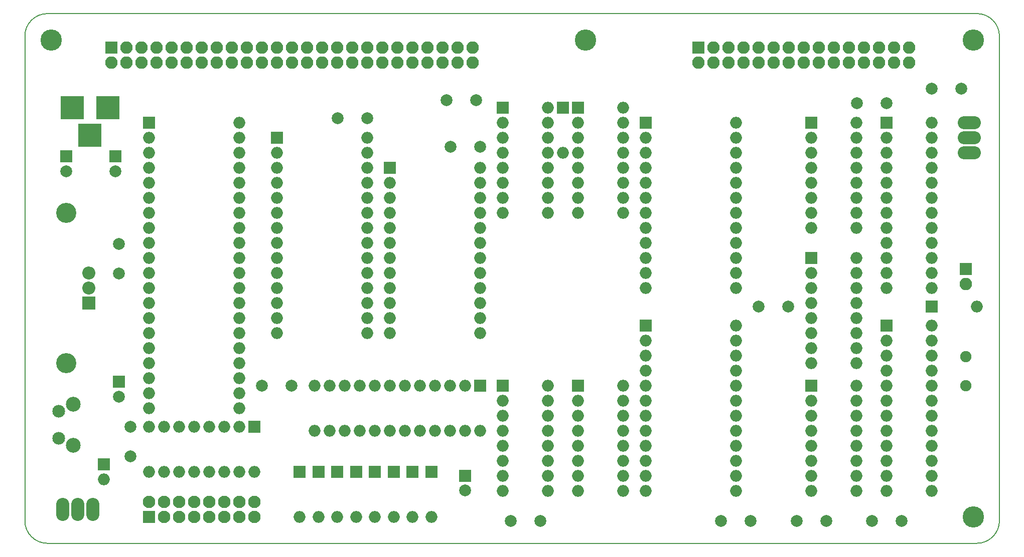
<source format=gbr>
G04 #@! TF.GenerationSoftware,KiCad,Pcbnew,(5.1.5)-3*
G04 #@! TF.CreationDate,2020-05-18T16:50:54-03:00*
G04 #@! TF.ProjectId,Jupiter-II,4a757069-7465-4722-9d49-492e6b696361,rev?*
G04 #@! TF.SameCoordinates,Original*
G04 #@! TF.FileFunction,Soldermask,Bot*
G04 #@! TF.FilePolarity,Negative*
%FSLAX46Y46*%
G04 Gerber Fmt 4.6, Leading zero omitted, Abs format (unit mm)*
G04 Created by KiCad (PCBNEW (5.1.5)-3) date 2020-05-18 16:50:54*
%MOMM*%
%LPD*%
G04 APERTURE LIST*
%ADD10C,0.150000*%
%ADD11R,2.100000X2.100000*%
%ADD12O,2.100000X2.100000*%
%ADD13O,2.000000X2.000000*%
%ADD14R,2.000000X2.000000*%
%ADD15O,3.900120X2.200860*%
%ADD16C,2.000000*%
%ADD17C,3.600000*%
%ADD18C,3.400000*%
%ADD19C,2.100000*%
%ADD20C,2.500000*%
%ADD21C,2.150000*%
%ADD22C,1.900000*%
%ADD23R,3.900000X3.900000*%
%ADD24O,2.200860X3.900120*%
%ADD25O,2.200000X2.200000*%
%ADD26R,2.200000X2.200000*%
G04 APERTURE END LIST*
D10*
X88265000Y-134620000D02*
G75*
G02X84455000Y-130810000I0J3810000D01*
G01*
X245110000Y-45085000D02*
G75*
G02X248920000Y-48895000I0J-3810000D01*
G01*
X248920000Y-130810000D02*
G75*
G02X245110000Y-134620000I-3810000J0D01*
G01*
X84455000Y-48895000D02*
G75*
G02X88265000Y-45085000I3810000J0D01*
G01*
X84455000Y-48895000D02*
X84455000Y-130810000D01*
X245110000Y-45085000D02*
X88265000Y-45085000D01*
X248920000Y-130810000D02*
X248920000Y-48895000D01*
X88265000Y-134620000D02*
X245110000Y-134620000D01*
D11*
X243205000Y-88265000D03*
D12*
X243205000Y-90805000D03*
D13*
X123190000Y-122555000D03*
X105410000Y-114935000D03*
X120650000Y-122555000D03*
X107950000Y-114935000D03*
X118110000Y-122555000D03*
X110490000Y-114935000D03*
X115570000Y-122555000D03*
X113030000Y-114935000D03*
X113030000Y-122555000D03*
X115570000Y-114935000D03*
X110490000Y-122555000D03*
X118110000Y-114935000D03*
X107950000Y-122555000D03*
X120650000Y-114935000D03*
X105410000Y-122555000D03*
D14*
X123190000Y-114935000D03*
X97790000Y-121285000D03*
D13*
X97790000Y-123825000D03*
D11*
X198120000Y-50800000D03*
D12*
X198120000Y-53340000D03*
X200660000Y-50800000D03*
X200660000Y-53340000D03*
X203200000Y-50800000D03*
X203200000Y-53340000D03*
X205740000Y-50800000D03*
X205740000Y-53340000D03*
X208280000Y-50800000D03*
X208280000Y-53340000D03*
X210820000Y-50800000D03*
X210820000Y-53340000D03*
X213360000Y-50800000D03*
X213360000Y-53340000D03*
X215900000Y-50800000D03*
X215900000Y-53340000D03*
X218440000Y-50800000D03*
X218440000Y-53340000D03*
X220980000Y-50800000D03*
X220980000Y-53340000D03*
X223520000Y-50800000D03*
X223520000Y-53340000D03*
X226060000Y-50800000D03*
X226060000Y-53340000D03*
X228600000Y-50800000D03*
X228600000Y-53340000D03*
X231140000Y-50800000D03*
X231140000Y-53340000D03*
X233680000Y-50800000D03*
X233680000Y-53340000D03*
D11*
X99060000Y-50800000D03*
D12*
X99060000Y-53340000D03*
X101600000Y-50800000D03*
X101600000Y-53340000D03*
X104140000Y-50800000D03*
X104140000Y-53340000D03*
X106680000Y-50800000D03*
X106680000Y-53340000D03*
X109220000Y-50800000D03*
X109220000Y-53340000D03*
X111760000Y-50800000D03*
X111760000Y-53340000D03*
X114300000Y-50800000D03*
X114300000Y-53340000D03*
X116840000Y-50800000D03*
X116840000Y-53340000D03*
X119380000Y-50800000D03*
X119380000Y-53340000D03*
X121920000Y-50800000D03*
X121920000Y-53340000D03*
X124460000Y-50800000D03*
X124460000Y-53340000D03*
X127000000Y-50800000D03*
X127000000Y-53340000D03*
X129540000Y-50800000D03*
X129540000Y-53340000D03*
X132080000Y-50800000D03*
X132080000Y-53340000D03*
X134620000Y-50800000D03*
X134620000Y-53340000D03*
X137160000Y-50800000D03*
X137160000Y-53340000D03*
X139700000Y-50800000D03*
X139700000Y-53340000D03*
X142240000Y-50800000D03*
X142240000Y-53340000D03*
X144780000Y-50800000D03*
X144780000Y-53340000D03*
X147320000Y-50800000D03*
X147320000Y-53340000D03*
X149860000Y-50800000D03*
X149860000Y-53340000D03*
X152400000Y-50800000D03*
X152400000Y-53340000D03*
X154940000Y-50800000D03*
X154940000Y-53340000D03*
X157480000Y-50800000D03*
X157480000Y-53340000D03*
X160020000Y-50800000D03*
X160020000Y-53340000D03*
D15*
X243840000Y-68580000D03*
X243840000Y-66040000D03*
X243840000Y-63500000D03*
D16*
X158750000Y-125690000D03*
D14*
X158750000Y-123190000D03*
X189230000Y-63500000D03*
D13*
X204470000Y-91440000D03*
X189230000Y-66040000D03*
X204470000Y-88900000D03*
X189230000Y-68580000D03*
X204470000Y-86360000D03*
X189230000Y-71120000D03*
X204470000Y-83820000D03*
X189230000Y-73660000D03*
X204470000Y-81280000D03*
X189230000Y-76200000D03*
X204470000Y-78740000D03*
X189230000Y-78740000D03*
X204470000Y-76200000D03*
X189230000Y-81280000D03*
X204470000Y-73660000D03*
X189230000Y-83820000D03*
X204470000Y-71120000D03*
X189230000Y-86360000D03*
X204470000Y-68580000D03*
X189230000Y-88900000D03*
X204470000Y-66040000D03*
X189230000Y-91440000D03*
X204470000Y-63500000D03*
D14*
X189230000Y-97790000D03*
D13*
X204470000Y-125730000D03*
X189230000Y-100330000D03*
X204470000Y-123190000D03*
X189230000Y-102870000D03*
X204470000Y-120650000D03*
X189230000Y-105410000D03*
X204470000Y-118110000D03*
X189230000Y-107950000D03*
X204470000Y-115570000D03*
X189230000Y-110490000D03*
X204470000Y-113030000D03*
X189230000Y-113030000D03*
X204470000Y-110490000D03*
X189230000Y-115570000D03*
X204470000Y-107950000D03*
X189230000Y-118110000D03*
X204470000Y-105410000D03*
X189230000Y-120650000D03*
X204470000Y-102870000D03*
X189230000Y-123190000D03*
X204470000Y-100330000D03*
X189230000Y-125730000D03*
X204470000Y-97790000D03*
D17*
X244475000Y-130175000D03*
D14*
X153035000Y-122555000D03*
D13*
X153035000Y-130175000D03*
X149860000Y-130175000D03*
D14*
X149860000Y-122555000D03*
X146685000Y-122555000D03*
D13*
X146685000Y-130175000D03*
D14*
X140335000Y-122555000D03*
D13*
X140335000Y-130175000D03*
D14*
X133985000Y-122555000D03*
D13*
X133985000Y-130175000D03*
X130810000Y-130175000D03*
D14*
X130810000Y-122555000D03*
D13*
X143510000Y-130175000D03*
D14*
X143510000Y-122555000D03*
D13*
X137160000Y-130175000D03*
D14*
X137160000Y-122555000D03*
D18*
X91440000Y-104140000D03*
X91440000Y-78740000D03*
D13*
X120650000Y-63500000D03*
X105410000Y-111760000D03*
X120650000Y-66040000D03*
X105410000Y-109220000D03*
X120650000Y-68580000D03*
X105410000Y-106680000D03*
X120650000Y-71120000D03*
X105410000Y-104140000D03*
X120650000Y-73660000D03*
X105410000Y-101600000D03*
X120650000Y-76200000D03*
X105410000Y-99060000D03*
X120650000Y-78740000D03*
X105410000Y-96520000D03*
X120650000Y-81280000D03*
X105410000Y-93980000D03*
X120650000Y-83820000D03*
X105410000Y-91440000D03*
X120650000Y-86360000D03*
X105410000Y-88900000D03*
X120650000Y-88900000D03*
X105410000Y-86360000D03*
X120650000Y-91440000D03*
X105410000Y-83820000D03*
X120650000Y-93980000D03*
X105410000Y-81280000D03*
X120650000Y-96520000D03*
X105410000Y-78740000D03*
X120650000Y-99060000D03*
X105410000Y-76200000D03*
X120650000Y-101600000D03*
X105410000Y-73660000D03*
X120650000Y-104140000D03*
X105410000Y-71120000D03*
X120650000Y-106680000D03*
X105410000Y-68580000D03*
X120650000Y-109220000D03*
X105410000Y-66040000D03*
X120650000Y-111760000D03*
D14*
X105410000Y-63500000D03*
X217170000Y-63500000D03*
D13*
X224790000Y-81280000D03*
X217170000Y-66040000D03*
X224790000Y-78740000D03*
X217170000Y-68580000D03*
X224790000Y-76200000D03*
X217170000Y-71120000D03*
X224790000Y-73660000D03*
X217170000Y-73660000D03*
X224790000Y-71120000D03*
X217170000Y-76200000D03*
X224790000Y-68580000D03*
X217170000Y-78740000D03*
X224790000Y-66040000D03*
X217170000Y-81280000D03*
X224790000Y-63500000D03*
D19*
X123190000Y-127635000D03*
X123190000Y-130175000D03*
X120650000Y-127635000D03*
X120650000Y-130175000D03*
X118110000Y-127635000D03*
X118110000Y-130175000D03*
X115570000Y-127635000D03*
X115570000Y-130175000D03*
X113030000Y-127635000D03*
X113030000Y-130175000D03*
X110490000Y-127635000D03*
X110490000Y-130175000D03*
X107950000Y-127635000D03*
X107950000Y-130175000D03*
X105410000Y-127635000D03*
D11*
X105410000Y-130175000D03*
D16*
X102235000Y-119935000D03*
X102235000Y-114935000D03*
X100330000Y-109815000D03*
D14*
X100330000Y-107315000D03*
D20*
X92660000Y-111080000D03*
D21*
X90170000Y-112340000D03*
X90170000Y-116840000D03*
D20*
X92660000Y-118090000D03*
D22*
X243205000Y-107950000D03*
X243205000Y-103050000D03*
D23*
X95425000Y-65660000D03*
X92425000Y-60960000D03*
X98425000Y-60960000D03*
D14*
X217170000Y-86360000D03*
D13*
X224790000Y-104140000D03*
X217170000Y-88900000D03*
X224790000Y-101600000D03*
X217170000Y-91440000D03*
X224790000Y-99060000D03*
X217170000Y-93980000D03*
X224790000Y-96520000D03*
X217170000Y-96520000D03*
X224790000Y-93980000D03*
X217170000Y-99060000D03*
X224790000Y-91440000D03*
X217170000Y-101600000D03*
X224790000Y-88900000D03*
X217170000Y-104140000D03*
X224790000Y-86360000D03*
D16*
X213280000Y-94615000D03*
X208280000Y-94615000D03*
X171450000Y-130810000D03*
X166450000Y-130810000D03*
D13*
X224790000Y-107950000D03*
X217170000Y-125730000D03*
X224790000Y-110490000D03*
X217170000Y-123190000D03*
X224790000Y-113030000D03*
X217170000Y-120650000D03*
X224790000Y-115570000D03*
X217170000Y-118110000D03*
X224790000Y-118110000D03*
X217170000Y-115570000D03*
X224790000Y-120650000D03*
X217170000Y-113030000D03*
X224790000Y-123190000D03*
X217170000Y-110490000D03*
X224790000Y-125730000D03*
D14*
X217170000Y-107950000D03*
X177800000Y-107950000D03*
D13*
X185420000Y-125730000D03*
X177800000Y-110490000D03*
X185420000Y-123190000D03*
X177800000Y-113030000D03*
X185420000Y-120650000D03*
X177800000Y-115570000D03*
X185420000Y-118110000D03*
X177800000Y-118110000D03*
X185420000Y-115570000D03*
X177800000Y-120650000D03*
X185420000Y-113030000D03*
X177800000Y-123190000D03*
X185420000Y-110490000D03*
X177800000Y-125730000D03*
X185420000Y-107950000D03*
D14*
X229870000Y-97790000D03*
D13*
X237490000Y-125730000D03*
X229870000Y-100330000D03*
X237490000Y-123190000D03*
X229870000Y-102870000D03*
X237490000Y-120650000D03*
X229870000Y-105410000D03*
X237490000Y-118110000D03*
X229870000Y-107950000D03*
X237490000Y-115570000D03*
X229870000Y-110490000D03*
X237490000Y-113030000D03*
X229870000Y-113030000D03*
X237490000Y-110490000D03*
X229870000Y-115570000D03*
X237490000Y-107950000D03*
X229870000Y-118110000D03*
X237490000Y-105410000D03*
X229870000Y-120650000D03*
X237490000Y-102870000D03*
X229870000Y-123190000D03*
X237490000Y-100330000D03*
X229870000Y-125730000D03*
X237490000Y-97790000D03*
D14*
X165100000Y-107950000D03*
D13*
X172720000Y-125730000D03*
X165100000Y-110490000D03*
X172720000Y-123190000D03*
X165100000Y-113030000D03*
X172720000Y-120650000D03*
X165100000Y-115570000D03*
X172720000Y-118110000D03*
X165100000Y-118110000D03*
X172720000Y-115570000D03*
X165100000Y-120650000D03*
X172720000Y-113030000D03*
X165100000Y-123190000D03*
X172720000Y-110490000D03*
X165100000Y-125730000D03*
X172720000Y-107950000D03*
D24*
X90805000Y-128905000D03*
X93345000Y-128905000D03*
X95885000Y-128905000D03*
D13*
X161290000Y-115570000D03*
X133350000Y-107950000D03*
X158750000Y-115570000D03*
X135890000Y-107950000D03*
X156210000Y-115570000D03*
X138430000Y-107950000D03*
X153670000Y-115570000D03*
X140970000Y-107950000D03*
X151130000Y-115570000D03*
X143510000Y-107950000D03*
X148590000Y-115570000D03*
X146050000Y-107950000D03*
X146050000Y-115570000D03*
X148590000Y-107950000D03*
X143510000Y-115570000D03*
X151130000Y-107950000D03*
X140970000Y-115570000D03*
X153670000Y-107950000D03*
X138430000Y-115570000D03*
X156210000Y-107950000D03*
X135890000Y-115570000D03*
X158750000Y-107950000D03*
X133350000Y-115570000D03*
D14*
X161290000Y-107950000D03*
D13*
X142240000Y-66040000D03*
X127000000Y-99060000D03*
X142240000Y-68580000D03*
X127000000Y-96520000D03*
X142240000Y-71120000D03*
X127000000Y-93980000D03*
X142240000Y-73660000D03*
X127000000Y-91440000D03*
X142240000Y-76200000D03*
X127000000Y-88900000D03*
X142240000Y-78740000D03*
X127000000Y-86360000D03*
X142240000Y-81280000D03*
X127000000Y-83820000D03*
X142240000Y-83820000D03*
X127000000Y-81280000D03*
X142240000Y-86360000D03*
X127000000Y-78740000D03*
X142240000Y-88900000D03*
X127000000Y-76200000D03*
X142240000Y-91440000D03*
X127000000Y-73660000D03*
X142240000Y-93980000D03*
X127000000Y-71120000D03*
X142240000Y-96520000D03*
X127000000Y-68580000D03*
X142240000Y-99060000D03*
D14*
X127000000Y-66040000D03*
D13*
X161290000Y-71120000D03*
X146050000Y-99060000D03*
X161290000Y-73660000D03*
X146050000Y-96520000D03*
X161290000Y-76200000D03*
X146050000Y-93980000D03*
X161290000Y-78740000D03*
X146050000Y-91440000D03*
X161290000Y-81280000D03*
X146050000Y-88900000D03*
X161290000Y-83820000D03*
X146050000Y-86360000D03*
X161290000Y-86360000D03*
X146050000Y-83820000D03*
X161290000Y-88900000D03*
X146050000Y-81280000D03*
X161290000Y-91440000D03*
X146050000Y-78740000D03*
X161290000Y-93980000D03*
X146050000Y-76200000D03*
X161290000Y-96520000D03*
X146050000Y-73660000D03*
X161290000Y-99060000D03*
D14*
X146050000Y-71120000D03*
D16*
X100330000Y-88980000D03*
X100330000Y-83980000D03*
X142240000Y-62738000D03*
X137240000Y-62738000D03*
X161290000Y-67564000D03*
X156290000Y-67564000D03*
X129460000Y-107950000D03*
X124460000Y-107950000D03*
X99695000Y-71715000D03*
D14*
X99695000Y-69215000D03*
D16*
X91440000Y-71715000D03*
D14*
X91440000Y-69215000D03*
D16*
X214710000Y-130810000D03*
X219710000Y-130810000D03*
X201930000Y-130810000D03*
X206930000Y-130810000D03*
X155575000Y-59690000D03*
X160575000Y-59690000D03*
X227410000Y-130810000D03*
X232410000Y-130810000D03*
X237490000Y-57785000D03*
X242490000Y-57785000D03*
X229870000Y-60198000D03*
X224870000Y-60198000D03*
D14*
X175260000Y-60960000D03*
D13*
X175260000Y-68580000D03*
X245110000Y-94615000D03*
D14*
X237490000Y-94615000D03*
D25*
X95250000Y-88900000D03*
X95250000Y-91440000D03*
D26*
X95250000Y-93980000D03*
D14*
X177800000Y-60960000D03*
D13*
X185420000Y-78740000D03*
X177800000Y-63500000D03*
X185420000Y-76200000D03*
X177800000Y-66040000D03*
X185420000Y-73660000D03*
X177800000Y-68580000D03*
X185420000Y-71120000D03*
X177800000Y-71120000D03*
X185420000Y-68580000D03*
X177800000Y-73660000D03*
X185420000Y-66040000D03*
X177800000Y-76200000D03*
X185420000Y-63500000D03*
X177800000Y-78740000D03*
X185420000Y-60960000D03*
X172720000Y-60960000D03*
X165100000Y-78740000D03*
X172720000Y-63500000D03*
X165100000Y-76200000D03*
X172720000Y-66040000D03*
X165100000Y-73660000D03*
X172720000Y-68580000D03*
X165100000Y-71120000D03*
X172720000Y-71120000D03*
X165100000Y-68580000D03*
X172720000Y-73660000D03*
X165100000Y-66040000D03*
X172720000Y-76200000D03*
X165100000Y-63500000D03*
X172720000Y-78740000D03*
D14*
X165100000Y-60960000D03*
X229870000Y-63500000D03*
D13*
X237490000Y-91440000D03*
X229870000Y-66040000D03*
X237490000Y-88900000D03*
X229870000Y-68580000D03*
X237490000Y-86360000D03*
X229870000Y-71120000D03*
X237490000Y-83820000D03*
X229870000Y-73660000D03*
X237490000Y-81280000D03*
X229870000Y-76200000D03*
X237490000Y-78740000D03*
X229870000Y-78740000D03*
X237490000Y-76200000D03*
X229870000Y-81280000D03*
X237490000Y-73660000D03*
X229870000Y-83820000D03*
X237490000Y-71120000D03*
X229870000Y-86360000D03*
X237490000Y-68580000D03*
X229870000Y-88900000D03*
X237490000Y-66040000D03*
X229870000Y-91440000D03*
X237490000Y-63500000D03*
D17*
X88900000Y-49530000D03*
X179070000Y-49530000D03*
X244475000Y-49530000D03*
M02*

</source>
